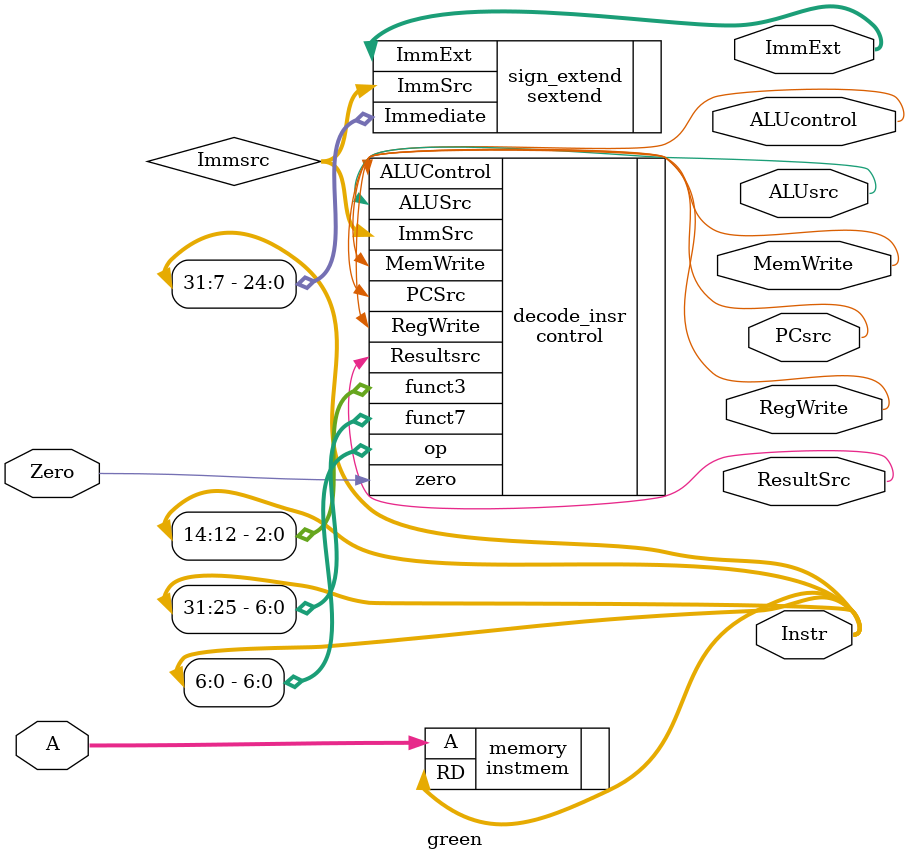
<source format=sv>
`include "../rtl/control.sv"
`include "../rtl/sextend.sv"
`include "../rtl/instmem.sv"

module green #(parameter DATA_WIDTH = 32, IM_WIDTH = 12, REGISTER = 5)(
    input logic [DATA_WIDTH-1:0] A,
    input logic Zero,
    output logic MemWrite,
    output logic RegWrite,
    output logic ALUcontrol,
    output logic ALUsrc,
    output logic PCsrc,
    output logic ResultSrc,
    output logic [DATA_WIDTH-1:0] ImmExt,
    output logic [DATA_WIDTH-1:0] Instr
);

logic [1:0] Immsrc;

control decode_insr(
    // inputs
    .zero(Zero),
    .op(Instr[6:0]),
    .funct3(Instr[14:12]),
    .funct7(Instr[31:25]),

    // outputs
    .RegWrite(RegWrite),
    .ALUControl(ALUcontrol),
    .MemWrite(MemWrite),
    .ALUSrc(ALUsrc),
    .PCSrc(PCsrc),
    .Resultsrc(ResultSrc),
    .ImmSrc(Immsrc)  
);

instmem memory(
    .A(A),
    .RD(Instr)
);
 
sextend sign_extend(
    .Immediate(Instr[31:7]),
    .ImmSrc(Immsrc),
    .ImmExt(ImmExt)
);

endmodule

</source>
